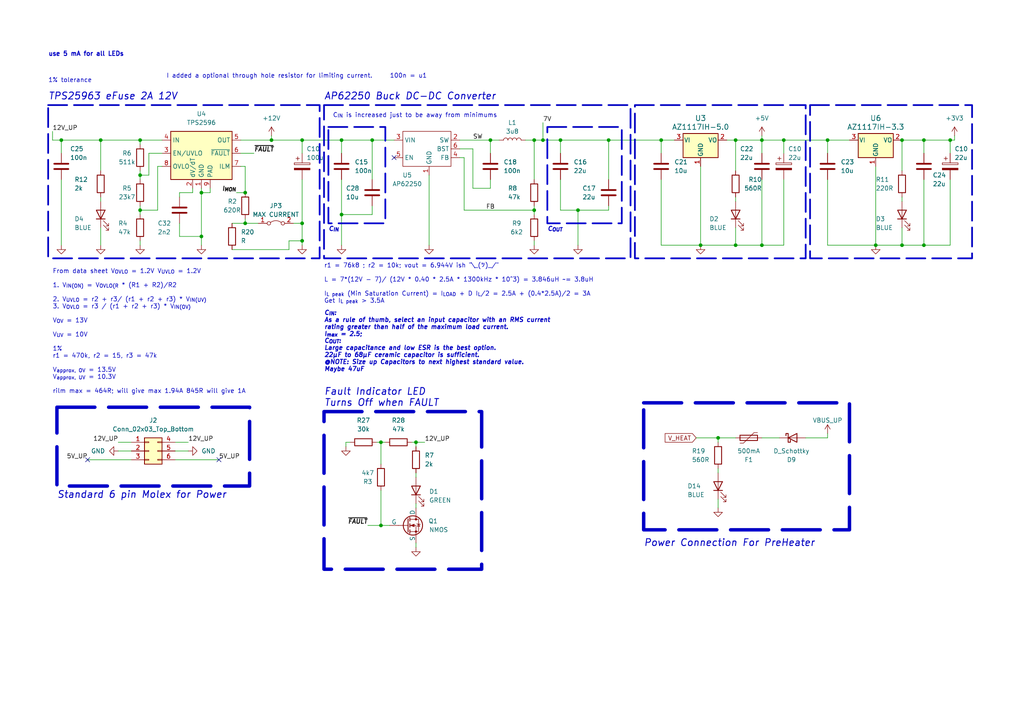
<source format=kicad_sch>
(kicad_sch (version 20230121) (generator eeschema)
  (paper "A4")
  (title_block (title "Power Supply") (rev "1"))
  (lib_symbols
    (symbol "Connector_Generic:Conn_02x03_Top_Bottom" (pin_names (offset 1.016) hide)
      (property "Reference" "J" (at 1.27 5.08 0))
      (property "Value" "Conn_02x03_Top_Bottom" (at 1.27 -5.08 0))
      (symbol "Conn_02x03_Top_Bottom_1_1"
        (rectangle (start -1.27 -2.413) (end 0 -2.667) (stroke (width 0.1524)))
        (rectangle (start -1.27 0.127) (end 0 -0.127) (stroke (width 0.1524)))
        (rectangle (start -1.27 2.667) (end 0 2.413) (stroke (width 0.1524)))
        (rectangle (start -1.27 3.81) (end 3.81 -3.81) (stroke (width 0.254)) (fill (type background)))
        (rectangle (start 3.81 -2.413) (end 2.54 -2.667) (stroke (width 0.1524)))
        (rectangle (start 3.81 0.127) (end 2.54 -0.127) (stroke (width 0.1524)))
        (rectangle (start 3.81 2.667) (end 2.54 2.413) (stroke (width 0.1524)))
        (pin passive line (at -5.08 2.54 0) (length 3.81) (name "Pin_1") (number "1"))
        (pin passive line (at -5.08 0 0) (length 3.81) (name "Pin_2") (number "2"))
        (pin passive line (at -5.08 -2.54 0) (length 3.81) (name "Pin_3") (number "3"))
        (pin passive line (at 7.62 2.54 180) (length 3.81) (name "Pin_4") (number "4"))
        (pin passive line (at 7.62 0 180) (length 3.81) (name "Pin_5") (number "5"))
        (pin passive line (at 7.62 -2.54 180) (length 3.81) (name "Pin_6") (number "6"))
      )
    )
    (symbol "Device:C" (pin_numbers hide) (pin_names (offset 0.254))
      (property "Reference" "C" (at 0.635 2.54 0))
      (property "Value" "C" (at 0.635 -2.54 0))
      (symbol "C_0_1"
        (polyline (pts (xy -2.032 -0.762) (xy 2.032 -0.762)) (stroke (width 0.508)))
        (polyline (pts (xy -2.032 0.762) (xy 2.032 0.762)) (stroke (width 0.508)))
      )
      (symbol "C_1_1"
        (pin passive line (at 0 3.81 270) (length 2.794) (name "~") (number "1"))
        (pin passive line (at 0 -3.81 90) (length 2.794) (name "~") (number "2"))
      )
    )
    (symbol "Device:C_Polarized" (pin_numbers hide) (pin_names (offset 0.254))
      (property "Reference" "C" (at 0.635 2.54 0))
      (property "Value" "C_Polarized" (at 0.635 -2.54 0))
      (symbol "C_Polarized_0_1"
        (rectangle (start -2.286 0.508) (end 2.286 1.016))
        (polyline (pts (xy -1.778 2.286) (xy -0.762 2.286)))
        (polyline (pts (xy -1.27 2.794) (xy -1.27 1.778)))
        (rectangle (start 2.286 -0.508) (end -2.286 -1.016) (fill (type outline)))
      )
      (symbol "C_Polarized_1_1"
        (pin passive line (at 0 3.81 270) (length 2.794) (name "~") (number "1"))
        (pin passive line (at 0 -3.81 90) (length 2.794) (name "~") (number "2"))
      )
    )
    (symbol "Device:D_Schottky" (pin_numbers hide) (pin_names (offset 1.016) hide)
      (property "Reference" "D" (at 0 2.54 0))
      (property "Value" "D_Schottky" (at 0 -2.54 0))
      (symbol "D_Schottky_0_1"
        (polyline (pts (xy 1.27 0) (xy -1.27 0)))
        (polyline (pts (xy 1.27 1.27) (xy 1.27 -1.27) (xy -1.27 0) (xy 1.27 1.27)) (stroke (width 0.254)))
        (polyline (pts (xy -1.905 0.635) (xy -1.905 1.27) (xy -1.27 1.27) (xy -1.27 -1.27) (xy -0.635 -1.27) (xy -0.635 -0.635)) (stroke (width 0.254)))
      )
      (symbol "D_Schottky_1_1"
        (pin passive line (at -3.81 0 0) (length 2.54) (name "K") (number "1"))
        (pin passive line (at 3.81 0 180) (length 2.54) (name "A") (number "2"))
      )
    )
    (symbol "Device:L" (pin_numbers hide) (pin_names (offset 1.016) hide)
      (property "Reference" "L" (at -1.27 0 90))
      (property "Value" "L" (at 1.905 0 90))
      (symbol "L_0_1"
        (arc (start 0 -2.54) (mid 0.6323 -1.905) (end 0 -1.27))
        (arc (start 0 -1.27) (mid 0.6323 -0.635) (end 0 0))
        (arc (start 0 0) (mid 0.6323 0.635) (end 0 1.27))
        (arc (start 0 1.27) (mid 0.6323 1.905) (end 0 2.54))
      )
      (symbol "L_1_1"
        (pin passive line (at 0 3.81 270) (length 1.27) (name "1") (number "1"))
        (pin passive line (at 0 -3.81 90) (length 1.27) (name "2") (number "2"))
      )
    )
    (symbol "Device:LED" (pin_numbers hide) (pin_names (offset 1.016) hide)
      (property "Reference" "D" (at 0 2.54 0))
      (property "Value" "LED" (at 0 -2.54 0))
      (symbol "LED_0_1"
        (polyline (pts (xy -1.27 -1.27) (xy -1.27 1.27)) (stroke (width 0.254)))
        (polyline (pts (xy -1.27 0) (xy 1.27 0)))
        (polyline (pts (xy 1.27 -1.27) (xy 1.27 1.27) (xy -1.27 0) (xy 1.27 -1.27)) (stroke (width 0.254)))
        (polyline (pts (xy -3.048 -0.762) (xy -4.572 -2.286) (xy -3.81 -2.286) (xy -4.572 -2.286) (xy -4.572 -1.524)))
        (polyline (pts (xy -1.778 -0.762) (xy -3.302 -2.286) (xy -2.54 -2.286) (xy -3.302 -2.286) (xy -3.302 -1.524)))
      )
      (symbol "LED_1_1"
        (pin passive line (at -3.81 0 0) (length 2.54) (name "K") (number "1"))
        (pin passive line (at 3.81 0 180) (length 2.54) (name "A") (number "2"))
      )
    )
    (symbol "Device:Polyfuse" (pin_numbers hide) (pin_names (offset 0))
      (property "Reference" "F" (at -2.54 0 90))
      (property "Value" "Polyfuse" (at 2.54 0 90))
      (symbol "Polyfuse_0_1"
        (rectangle (start -0.762 2.54) (end 0.762 -2.54) (stroke (width 0.254)))
        (polyline (pts (xy 0 2.54) (xy 0 -2.54)))
        (polyline (pts (xy -1.524 2.54) (xy -1.524 1.524) (xy 1.524 -1.524) (xy 1.524 -2.54)))
      )
      (symbol "Polyfuse_1_1"
        (pin passive line (at 0 3.81 270) (length 1.27) (name "~") (number "1"))
        (pin passive line (at 0 -3.81 90) (length 1.27) (name "~") (number "2"))
      )
    )
    (symbol "Device:R" (pin_numbers hide) (pin_names (offset 0))
      (property "Reference" "R" (at 2.032 0 90))
      (property "Value" "R" (at 0 0 90))
      (symbol "R_0_1"
        (rectangle (start -1.016 -2.54) (end 1.016 2.54) (stroke (width 0.254)))
      )
      (symbol "R_1_1"
        (pin passive line (at 0 3.81 270) (length 1.27) (name "~") (number "1"))
        (pin passive line (at 0 -3.81 90) (length 1.27) (name "~") (number "2"))
      )
    )
    (symbol "H2_Parts:AP62205"
      (property "Reference" "U" (at -1.27 6.35 0))
      (symbol "AP62205_0_1"
        (rectangle (start -6.35 5.08) (end 7.62 -5.08))
      )
      (symbol "AP62205_1_1"
        (pin input line (at 1.27 -7.62 90) (length 2.54) (name "GND") (number "1"))
        (pin output line (at 10.16 2.54 180) (length 2.54) (name "SW") (number "2"))
        (pin input line (at -8.89 2.54 0) (length 2.54) (name "VIN") (number "3"))
        (pin input line (at 10.16 -2.54 180) (length 2.54) (name "FB") (number "4"))
        (pin input line (at -8.89 -2.54 0) (length 2.54) (name "EN") (number "5"))
        (pin input line (at 10.16 0 180) (length 2.54) (name "BST") (number "6"))
      )
    )
    (symbol "H2_Parts:AZ1117IH-3.3" (pin_names (offset 0.254))
      (property "Reference" "U" (at 0 7.62 0))
      (property "Value" "AZ1117IH-3.3" (at 0 5.08 0))
      (symbol "AZ1117IH-3.3_0_1"
        (rectangle (start -5.08 1.905) (end 5.08 -5.08) (stroke (width 0.254)) (fill (type background)))
      )
      (symbol "AZ1117IH-3.3_1_1"
        (pin power_in line (at 0 -7.62 90) (length 2.54) (name "GND") (number "1"))
        (pin power_out line (at 7.62 0 180) (length 2.54) (name "VO") (number "2"))
        (pin power_in line (at -7.62 0 0) (length 2.54) (name "VI") (number "3"))
      )
    )
    (symbol "H2_Parts:AZ111IH-5.0" (pin_names (offset 0.254))
      (property "Reference" "U" (at 0 8.89 0))
      (property "Value" "AZ1117IH-5.0" (at 0 6.35 0))
      (symbol "AZ111IH-5.0_0_1"
        (rectangle (start -5.08 1.905) (end 5.08 -5.08) (stroke (width 0.254)) (fill (type background)))
      )
      (symbol "AZ111IH-5.0_1_1"
        (pin power_in line (at 0 -7.62 90) (length 2.54) (name "GND") (number "1"))
        (pin power_out line (at 7.62 0 180) (length 2.54) (name "VO") (number "2"))
        (pin power_in line (at -7.62 0 0) (length 2.54) (name "VI") (number "3"))
      )
    )
    (symbol "H2_Parts:TPS2596"
      (property "Reference" "U" (at 0 11.43 0))
      (property "Value" "TPS2596" (at 0 8.89 0))
      (symbol "TPS2596_0_1"
        (rectangle (start -8.89 6.35) (end 8.89 -7.62) (stroke (width 0.254)) (fill (type background)))
      )
      (symbol "TPS2596_1_1"
        (pin power_in line (at 0 -10.16 90) (length 2.54) (name "GND") (number "1"))
        (pin input line (at -2.54 -10.16 90) (length 2.54) (name "dV/dT") (number "2"))
        (pin input line (at -11.43 0 0) (length 2.54) (name "EN/UVLO") (number "3"))
        (pin power_in line (at -11.43 3.81 0) (length 2.54) (name "IN") (number "4"))
        (pin power_out line (at 11.43 3.81 180) (length 2.54) (name "OUT") (number "5"))
        (pin output line (at 11.43 0 180) (length 2.54) (name "~{FAULT}") (number "6"))
        (pin input line (at 11.43 -3.81 180) (length 2.54) (name "ILM") (number "7"))
        (pin input line (at -11.43 -3.81 0) (length 2.54) (name "OVLO") (number "8"))
        (pin input line (at 2.54 -10.16 90) (length 2.54) (name "PAD") (number "9"))
      )
    )
    (symbol "Jumper:Jumper_2_Bridged" (pin_names (offset 0) hide)
      (property "Reference" "JP" (at 0 1.905 0))
      (property "Value" "Jumper_2_Bridged" (at 0 -2.54 0))
      (symbol "Jumper_2_Bridged_0_0"
        (circle (center -2.032 0) (radius 0.508))
        (circle (center 2.032 0) (radius 0.508))
      )
      (symbol "Jumper_2_Bridged_0_1"
        (arc (start 1.524 0.254) (mid 0 0.762) (end -1.524 0.254))
      )
      (symbol "Jumper_2_Bridged_1_1"
        (pin passive line (at -5.08 0 0) (length 2.54) (name "A") (number "1"))
        (pin passive line (at 5.08 0 180) (length 2.54) (name "B") (number "2"))
      )
    )
    (symbol "RF_Parts:VBUS_UP" (power) (pin_names (offset 0))
      (property "Value" "VBUS_UP" (at 0 3.556 0))
      (symbol "VBUS_UP_0_1"
        (polyline (pts (xy -0.762 1.27) (xy 0 2.54)))
        (polyline (pts (xy 0 0) (xy 0 2.54)))
        (polyline (pts (xy 0 2.54) (xy 0.762 1.27)))
      )
      (symbol "VBUS_UP_1_1"
        (pin power_in line (at 0 0 90) (length 0) hide (name "VBUS_UP") (number "1"))
      )
    )
    (symbol "Simulation_SPICE:NMOS" (pin_numbers hide) (pin_names (offset 0))
      (property "Reference" "Q" (at 5.08 1.27 0))
      (property "Value" "NMOS" (at 5.08 -1.27 0))
      (symbol "NMOS_0_1"
        (polyline (pts (xy 0.254 0) (xy -2.54 0)))
        (polyline (pts (xy 0.254 1.905) (xy 0.254 -1.905)) (stroke (width 0.254)))
        (polyline (pts (xy 0.762 -1.27) (xy 0.762 -2.286)) (stroke (width 0.254)))
        (polyline (pts (xy 0.762 0.508) (xy 0.762 -0.508)) (stroke (width 0.254)))
        (polyline (pts (xy 0.762 2.286) (xy 0.762 1.27)) (stroke (width 0.254)))
        (polyline (pts (xy 2.54 2.54) (xy 2.54 1.778)))
        (polyline (pts (xy 2.54 -2.54) (xy 2.54 0) (xy 0.762 0)))
        (polyline (pts (xy 0.762 -1.778) (xy 3.302 -1.778) (xy 3.302 1.778) (xy 0.762 1.778)))
        (polyline (pts (xy 1.016 0) (xy 2.032 0.381) (xy 2.032 -0.381) (xy 1.016 0)) (fill (type outline)))
        (polyline (pts (xy 2.794 0.508) (xy 2.921 0.381) (xy 3.683 0.381) (xy 3.81 0.254)))
        (polyline (pts (xy 3.302 0.381) (xy 2.921 -0.254) (xy 3.683 -0.254) (xy 3.302 0.381)))
        (circle (center 1.651 0) (radius 2.794) (stroke (width 0.254)))
        (circle (center 2.54 -1.778) (radius 0.254) (fill (type outline)))
        (circle (center 2.54 1.778) (radius 0.254) (fill (type outline)))
      )
      (symbol "NMOS_1_1"
        (pin passive line (at 2.54 5.08 270) (length 2.54) (name "D") (number "1"))
        (pin input line (at -5.08 0 0) (length 2.54) (name "G") (number "2"))
        (pin passive line (at 2.54 -5.08 90) (length 2.54) (name "S") (number "3"))
      )
    )
    (symbol "power:+12V" (power) (pin_names (offset 0))
      (property "Value" "+12V" (at 0 3.556 0))
      (symbol "+12V_0_1"
        (polyline (pts (xy -0.762 1.27) (xy 0 2.54)))
        (polyline (pts (xy 0 0) (xy 0 2.54)))
        (polyline (pts (xy 0 2.54) (xy 0.762 1.27)))
      )
      (symbol "+12V_1_1"
        (pin power_in line (at 0 0 90) (length 0) hide (name "+12V") (number "1"))
      )
    )
    (symbol "power:+3V3" (power) (pin_names (offset 0))
      (property "Value" "+3V3" (at 0 3.556 0))
      (symbol "+3V3_0_1"
        (polyline (pts (xy -0.762 1.27) (xy 0 2.54)))
        (polyline (pts (xy 0 0) (xy 0 2.54)))
        (polyline (pts (xy 0 2.54) (xy 0.762 1.27)))
      )
      (symbol "+3V3_1_1"
        (pin power_in line (at 0 0 90) (length 0) hide (name "+3V3") (number "1"))
      )
    )
    (symbol "power:+5V" (power) (pin_names (offset 0))
      (property "Value" "+5V" (at 0 3.556 0))
      (symbol "+5V_0_1"
        (polyline (pts (xy -0.762 1.27) (xy 0 2.54)))
        (polyline (pts (xy 0 0) (xy 0 2.54)))
        (polyline (pts (xy 0 2.54) (xy 0.762 1.27)))
      )
      (symbol "+5V_1_1"
        (pin power_in line (at 0 0 90) (length 0) hide (name "+5V") (number "1"))
      )
    )
    (symbol "power:GND" (power) (pin_names (offset 0))
      (property "Value" "GND" (at 0 -3.81 0))
      (symbol "GND_0_1"
        (polyline (pts (xy 0 0) (xy 0 -1.27) (xy 1.27 -1.27) (xy 0 -2.54) (xy -1.27 -1.27) (xy 0 -1.27)))
      )
      (symbol "GND_1_1"
        (pin power_in line (at 0 0 270) (length 0) hide (name "GND") (number "1"))
      )
    )
  )
  (junction (at 275.59 40.64))
  (junction (at 220.98 40.64))
  (junction (at 203.2 71.12))
  (junction (at 267.97 40.64))
  (junction (at 167.64 60.96))
  (junction (at 58.42 68.58))
  (junction (at 162.56 40.64))
  (junction (at 176.53 40.64))
  (junction (at 71.12 64.77))
  (junction (at 87.63 64.77))
  (junction (at 99.06 62.23))
  (junction (at 78.74 40.64))
  (junction (at 40.64 60.96))
  (junction (at 154.94 40.64))
  (junction (at 40.64 40.64))
  (junction (at 157.48 40.64))
  (junction (at 254 71.12))
  (junction (at 40.64 50.8))
  (junction (at 29.21 40.64))
  (junction (at 87.63 69.85))
  (junction (at 240.03 40.64))
  (junction (at 110.49 152.4))
  (junction (at 213.36 40.64))
  (junction (at 120.65 128.27))
  (junction (at 71.12 55.88))
  (junction (at 213.36 71.12))
  (junction (at 17.78 40.64))
  (junction (at 87.63 40.64))
  (junction (at 208.28 127))
  (junction (at 110.49 128.27))
  (junction (at 227.33 40.64))
  (junction (at 142.24 40.64))
  (junction (at 99.06 40.64))
  (junction (at 267.97 71.12))
  (junction (at 261.62 71.12))
  (junction (at 191.77 40.64))
  (junction (at 261.62 40.64))
  (junction (at 220.98 71.12))
  (junction (at 107.95 40.64))
  (junction (at 154.94 60.96))
  (junction (at 58.42 55.88))
  (no_connect (at 63.5 133.35))
  (no_connect (at 25.4 133.35))
  (no_connect (at 114.3 45.72))
  (wire (pts (xy 167.64 60.96) (xy 167.64 71.12)))
  (wire (pts (xy 43.18 44.45) (xy 43.18 50.8)))
  (wire (pts (xy 191.77 71.12) (xy 203.2 71.12)))
  (wire (pts (xy 40.64 41.91) (xy 40.64 40.64)))
  (wire (pts (xy 120.65 137.16) (xy 120.65 138.43)))
  (wire (pts (xy 52.07 57.15) (xy 52.07 55.88)))
  (wire (pts (xy 40.64 60.96) (xy 40.64 59.69)))
  (wire (pts (xy 267.97 71.12) (xy 275.59 71.12)))
  (wire (pts (xy 71.12 64.77) (xy 71.12 63.5)))
  (wire (pts (xy 67.31 72.39) (xy 83.82 72.39)))
  (wire (pts (xy 213.36 66.04) (xy 213.36 71.12)))
  (wire (pts (xy 54.61 130.81) (xy 50.8 130.81)))
  (wire (pts (xy 261.62 66.04) (xy 261.62 71.12)))
  (wire (pts (xy 167.64 60.96) (xy 176.53 60.96)))
  (wire (pts (xy 123.19 128.27) (xy 120.65 128.27)))
  (wire (pts (xy 52.07 55.88) (xy 55.88 55.88)))
  (wire (pts (xy 213.36 127) (xy 208.28 127)))
  (wire (pts (xy 254 71.12) (xy 261.62 71.12)))
  (wire (pts (xy 110.49 128.27) (xy 110.49 134.62)))
  (wire (pts (xy 208.28 128.27) (xy 208.28 127)))
  (wire (pts (xy 275.59 52.07) (xy 275.59 71.12)))
  (wire (pts (xy 110.49 142.24) (xy 110.49 152.4)))
  (wire (pts (xy 208.28 144.78) (xy 208.28 147.32)))
  (wire (pts (xy 67.31 64.77) (xy 71.12 64.77)))
  (wire (pts (xy 100.33 128.27) (xy 101.6 128.27)))
  (wire (pts (xy 137.16 54.61) (xy 142.24 54.61)))
  (wire (pts (xy 99.06 62.23) (xy 99.06 71.12)))
  (wire (pts (xy 69.85 40.64) (xy 78.74 40.64)))
  (wire (pts (xy 87.63 40.64) (xy 87.63 44.45)))
  (wire (pts (xy 107.95 40.64) (xy 114.3 40.64)))
  (wire (pts (xy 40.64 49.53) (xy 40.64 50.8)))
  (wire (pts (xy 15.24 40.64) (xy 17.78 40.64)))
  (wire (pts (xy 87.63 69.85) (xy 87.63 71.12)))
  (wire (pts (xy 220.98 40.64) (xy 220.98 44.45)))
  (wire (pts (xy 144.78 40.64) (xy 142.24 40.64)))
  (wire (pts (xy 203.2 71.12) (xy 213.36 71.12)))
  (wire (pts (xy 34.29 128.27) (xy 38.1 128.27)))
  (wire (pts (xy 157.48 40.64) (xy 162.56 40.64)))
  (wire (pts (xy 15.24 38.1) (xy 15.24 40.64)))
  (wire (pts (xy 213.36 57.15) (xy 213.36 58.42)))
  (wire (pts (xy 29.21 57.15) (xy 29.21 58.42)))
  (wire (pts (xy 154.94 59.69) (xy 154.94 60.96)))
  (wire (pts (xy 240.03 40.64) (xy 240.03 44.45)))
  (wire (pts (xy 45.72 48.26) (xy 46.99 48.26)))
  (wire (pts (xy 99.06 40.64) (xy 99.06 44.45)))
  (wire (pts (xy 78.74 40.64) (xy 87.63 40.64)))
  (wire (pts (xy 87.63 64.77) (xy 87.63 69.85)))
  (wire (pts (xy 58.42 55.88) (xy 60.96 55.88)))
  (wire (pts (xy 213.36 40.64) (xy 220.98 40.64)))
  (wire (pts (xy 29.21 40.64) (xy 40.64 40.64)))
  (wire (pts (xy 154.94 62.23) (xy 154.94 60.96)))
  (wire (pts (xy 154.94 52.07) (xy 154.94 40.64)))
  (wire (pts (xy 17.78 40.64) (xy 29.21 40.64)))
  (wire (pts (xy 110.49 152.4) (xy 113.03 152.4)))
  (wire (pts (xy 40.64 50.8) (xy 43.18 50.8)))
  (wire (pts (xy 58.42 55.88) (xy 58.42 68.58)))
  (wire (pts (xy 176.53 60.96) (xy 176.53 59.69)))
  (wire (pts (xy 99.06 52.07) (xy 99.06 62.23)))
  (wire (pts (xy 227.33 40.64) (xy 240.03 40.64)))
  (wire (pts (xy 220.98 39.37) (xy 220.98 40.64)))
  (wire (pts (xy 142.24 54.61) (xy 142.24 52.07)))
  (wire (pts (xy 152.4 40.64) (xy 154.94 40.64)))
  (wire (pts (xy 40.64 69.85) (xy 40.64 71.12)))
  (wire (pts (xy 240.03 71.12) (xy 254 71.12)))
  (wire (pts (xy 134.62 45.72) (xy 134.62 60.96)))
  (wire (pts (xy 107.95 62.23) (xy 99.06 62.23)))
  (wire (pts (xy 162.56 52.07) (xy 162.56 60.96)))
  (wire (pts (xy 58.42 68.58) (xy 58.42 71.12)))
  (wire (pts (xy 275.59 40.64) (xy 275.59 44.45)))
  (wire (pts (xy 45.72 60.96) (xy 45.72 48.26)))
  (wire (pts (xy 240.03 40.64) (xy 246.38 40.64)))
  (wire (pts (xy 233.68 127) (xy 240.03 127)))
  (wire (pts (xy 110.49 128.27) (xy 111.76 128.27)))
  (wire (pts (xy 227.33 40.64) (xy 227.33 44.45)))
  (wire (pts (xy 261.62 71.12) (xy 267.97 71.12)))
  (wire (pts (xy 275.59 40.64) (xy 267.97 40.64)))
  (wire (pts (xy 40.64 62.23) (xy 40.64 60.96)))
  (wire (pts (xy 261.62 40.64) (xy 267.97 40.64)))
  (wire (pts (xy 142.24 40.64) (xy 142.24 44.45)))
  (wire (pts (xy 254 48.26) (xy 254 71.12)))
  (wire (pts (xy 261.62 57.15) (xy 261.62 58.42)))
  (wire (pts (xy 157.48 40.64) (xy 154.94 40.64)))
  (wire (pts (xy 191.77 52.07) (xy 191.77 71.12)))
  (wire (pts (xy 17.78 52.07) (xy 17.78 71.12)))
  (wire (pts (xy 176.53 40.64) (xy 176.53 52.07)))
  (wire (pts (xy 71.12 64.77) (xy 74.93 64.77)))
  (wire (pts (xy 120.65 157.48) (xy 120.65 158.75)))
  (wire (pts (xy 213.36 71.12) (xy 220.98 71.12)))
  (wire (pts (xy 208.28 135.89) (xy 208.28 137.16)))
  (wire (pts (xy 99.06 40.64) (xy 107.95 40.64)))
  (wire (pts (xy 276.86 39.37) (xy 276.86 40.64)))
  (wire (pts (xy 133.35 43.18) (xy 137.16 43.18)))
  (wire (pts (xy 119.38 128.27) (xy 120.65 128.27)))
  (wire (pts (xy 40.64 60.96) (xy 45.72 60.96)))
  (wire (pts (xy 71.12 48.26) (xy 69.85 48.26)))
  (wire (pts (xy 78.74 39.37) (xy 78.74 40.64)))
  (wire (pts (xy 109.22 128.27) (xy 110.49 128.27)))
  (wire (pts (xy 34.29 130.81) (xy 38.1 130.81)))
  (wire (pts (xy 69.85 44.45) (xy 73.66 44.45)))
  (wire (pts (xy 267.97 40.64) (xy 267.97 44.45)))
  (wire (pts (xy 83.82 69.85) (xy 87.63 69.85)))
  (wire (pts (xy 137.16 54.61) (xy 137.16 43.18)))
  (wire (pts (xy 261.62 49.53) (xy 261.62 40.64)))
  (wire (pts (xy 133.35 40.64) (xy 142.24 40.64)))
  (wire (pts (xy 50.8 128.27) (xy 54.61 128.27)))
  (wire (pts (xy 157.48 35.56) (xy 157.48 40.64)))
  (wire (pts (xy 85.09 64.77) (xy 87.63 64.77)))
  (wire (pts (xy 68.58 55.88) (xy 71.12 55.88)))
  (wire (pts (xy 213.36 40.64) (xy 210.82 40.64)))
  (wire (pts (xy 107.95 59.69) (xy 107.95 62.23)))
  (wire (pts (xy 191.77 40.64) (xy 195.58 40.64)))
  (wire (pts (xy 83.82 72.39) (xy 83.82 69.85)))
  (wire (pts (xy 29.21 40.64) (xy 29.21 49.53)))
  (wire (pts (xy 220.98 40.64) (xy 227.33 40.64)))
  (wire (pts (xy 87.63 52.07) (xy 87.63 64.77)))
  (wire (pts (xy 107.95 40.64) (xy 107.95 52.07)))
  (wire (pts (xy 213.36 40.64) (xy 213.36 49.53)))
  (wire (pts (xy 40.64 40.64) (xy 46.99 40.64)))
  (wire (pts (xy 40.64 50.8) (xy 40.64 52.07)))
  (wire (pts (xy 120.65 146.05) (xy 120.65 147.32)))
  (wire (pts (xy 240.03 125.73) (xy 240.03 127)))
  (wire (pts (xy 52.07 64.77) (xy 52.07 68.58)))
  (wire (pts (xy 106.68 152.4) (xy 110.49 152.4)))
  (wire (pts (xy 154.94 71.12) (xy 154.94 69.85)))
  (wire (pts (xy 25.4 133.35) (xy 38.1 133.35)))
  (wire (pts (xy 50.8 133.35) (xy 63.5 133.35)))
  (wire (pts (xy 191.77 40.64) (xy 191.77 44.45)))
  (wire (pts (xy 100.33 129.54) (xy 100.33 128.27)))
  (wire (pts (xy 87.63 40.64) (xy 99.06 40.64)))
  (wire (pts (xy 162.56 40.64) (xy 162.56 44.45)))
  (wire (pts (xy 220.98 127) (xy 226.06 127)))
  (wire (pts (xy 133.35 45.72) (xy 134.62 45.72)))
  (wire (pts (xy 52.07 68.58) (xy 58.42 68.58)))
  (wire (pts (xy 134.62 60.96) (xy 154.94 60.96)))
  (wire (pts (xy 201.93 127) (xy 208.28 127)))
  (wire (pts (xy 240.03 52.07) (xy 240.03 71.12)))
  (wire (pts (xy 71.12 55.88) (xy 71.12 48.26)))
  (wire (pts (xy 176.53 40.64) (xy 191.77 40.64)))
  (wire (pts (xy 46.99 44.45) (xy 43.18 44.45)))
  (wire (pts (xy 120.65 128.27) (xy 120.65 129.54)))
  (wire (pts (xy 17.78 40.64) (xy 17.78 44.45)))
  (wire (pts (xy 162.56 60.96) (xy 167.64 60.96)))
  (wire (pts (xy 124.46 50.8) (xy 124.46 71.12)))
  (wire (pts (xy 276.86 40.64) (xy 275.59 40.64)))
  (wire (pts (xy 29.21 66.04) (xy 29.21 71.12)))
  (wire (pts (xy 162.56 40.64) (xy 176.53 40.64)))
  (wire (pts (xy 220.98 71.12) (xy 227.33 71.12)))
  (wire (pts (xy 267.97 52.07) (xy 267.97 71.12)))
  (wire (pts (xy 227.33 52.07) (xy 227.33 71.12)))
  (wire (pts (xy 220.98 52.07) (xy 220.98 71.12)))
  (wire (pts (xy 58.42 55.88) (xy 58.42 54.61)))
  (wire (pts (xy 55.88 55.88) (xy 55.88 54.61)))
  (wire (pts (xy 203.2 48.26) (xy 203.2 71.12)))
  (wire (pts (xy 60.96 55.88) (xy 60.96 54.61)))
  (rectangle (start 16.51 118.11) (end 72.39 140.97) (stroke (width 1) (type dash)))
  (rectangle (start 95.25 36.83) (end 111.76 64.77) (stroke (width 0.5) (type dash)))
  (rectangle (start 234.95 30.48) (end 281.94 74.93) (stroke (width 0.5) (type dash)))
  (rectangle (start 13.97 30.48) (end 92.71 74.93) (stroke (width 0.5) (type dash)))
  (rectangle (start 184.15 30.48) (end 233.68 74.93) (stroke (width 0.5) (type dash)))
  (rectangle (start 11.43 217.17) (end 109.22 328.93) (stroke (width 1) (type dash)))
  (rectangle (start 93.98 30.48) (end 182.88 74.93) (stroke (width 0.5) (type dash)))
  (rectangle (start 186.69 116.84) (end 246.38 153.67) (stroke (width 1) (type dash)))
  (rectangle (start 158.75 36.83) (end 180.34 64.77) (stroke (width 0.5) (type dash)))
  (rectangle (start 93.98 119.38) (end 139.7 165.1) (stroke (width 1) (type dash)))
  (text "C_{IN}" (at 95.25 67.31 0) (effects (font (size 1.27 1.27) (thickness 0.254) bold italic) (justify left bottom)))
  (text "The data sheet for the AP63205 says the recommended component values are:\n\nL = 4.7 uH; C_{IN} = 10 uF; C_{OUT, 1 2} = 22 uH; C_{BST, SW} = 100 nF" (at 13.97 273.05 0) (effects (font (size 1.27 1.27) (thickness 0.254) bold) (justify left bottom)))
  (text "r1 = 76k8 ; r2 = 10k; vout = 6.944V ish ¯\\_(ツ)_/¯\n\nL = 7*(12V - 7)/ (12V * 0.40 * 2.5A * 1300kHz * 10^3) = 3.846uH ~= 3.8uH\n\nI_{L peak} (Min Saturation Current) = I_{LOAD} + D I_{L}/2 = 2.5A + (0.4*2.5A)/2 = 3A\nGet I_{L peak} > 3.5A\n\n" (at 93.98 90.17 0) (effects (font (size 1.27 1.27)) (justify left bottom)))
  (text "TPS25963 eFuse 2A 12V" (at 13.97 29.21 0) (effects (font (size 2 2) (thickness 0.254) bold italic) (justify left bottom)))
  (text "Standard 6 pin Molex for Power" (at 16.51 144.78 0) (effects (font (size 2 2) (thickness 0.254) bold italic) (justify left bottom)))
  (text "Power Connection For PreHeater\n" (at 186.69 158.75 0) (effects (font (size 2 2) (thickness 0.254) bold italic) (justify left bottom)))
  (text "use 5 mA for all LEDs" (at 13.97 16.51 0) (effects (font (size 1.27 1.27) (thickness 0.254) bold) (justify left bottom)))
  (text "L = V_{OUT} * (V_{IN} - V_{OUT}) / (V_{IN} * Delta I_{L} * f_{SW})\n\nDelta I_{L} = Inductor Ripple Current; 0.40 * 2A\n\nf_{SW} = buck switching frequency\n\nI_{L, PEAK} = I_{LOAD} + (Delta I_{L} / 2) \n\nI_{L, PEAK} determines the inductor saturation current.\nSaturating the inductor will decrease the efficency and increases the temprature.\nFor most applications it is recommended inductance between 2.2 and 10 uH\nwith a DC current rating 35% higher than max current.\nFor highest efficency DC resistance should be less than 100mOhms\n\nFor our application since the Buck has a maximum out current of 2 amps,\nand the eFuse is also max 2A i will pick:\n\nDelta I_{L} = 0.40 * 2A = 0.8\n\nso L = 5V * (12V - 5V) / (12V * 0.40 * 2A * 1100 * 10^3 Hz) = 3.31 uH ( Lower Bound )\n\nI_{L, PEAK} = 2A + (0.40 * 2A) / 2 = 2.4A\n\n" (at 13.97 266.7 0) (effects (font (size 1.27 1.27)) (justify left bottom)))
  (text "C_{IN}:\nAs a rule of thumb, select an input capacitor with an RMS current \nrating greater than half of the maximum load current.\nI_{max} = 2.5;" (at 93.98 97.79 0) (effects (font (size 1.27 1.27) (thickness 0.254) bold italic) (justify left bottom)))
  (text "C_{OUT}:\nLarge capacitance and low ESR is the best option. \n22µF to 68µF ceramic capacitor is sufficient.\n@NOTE: Size up Capacitors to next highest standard value.\nMaybe 47uF" (at 93.98 107.95 0) (effects (font (size 1.27 1.27) (thickness 0.254) bold italic) (justify left bottom)))
  (text "I added a optional through hole resistor for limiting current." (at 48.26 22.86 0) (effects (font (size 1.27 1.27)) (justify left bottom)))
  (text "C_{OUT}" (at 158.75 67.31 0) (effects (font (size 1.27 1.27) (thickness 0.254) bold italic) (justify left bottom)))
  (text "Fault Indicator LED\nTurns Off when FAULT" (at 93.98 118.11 0) (effects (font (size 2 2) (thickness 0.254) bold italic) (justify left bottom)))
  (text "Inductor selection for AP63205" (at 11.43 215.9 0) (effects (font (size 2 2) (thickness 0.254) bold italic) (justify left bottom)))
  (text "From data sheet V_{OVLO} = 1.2V V_{UVLO} = 1.2V\n\n1. V_{IN(ON)} = V_{OVLO(R} * (R1 + R2)/R2\n\n2. V_{UVLO} = r2 + r3/ (r1 + r2 + r3) * V_{IN(UV)} \n3. V_{OVLO} = r3 / (r1 + r2 + r3) * V_{IN(OV)}\n\nV_{OV} = 13V\n\nV_{UV} = 10V\n\n1%\nr1 = 470k, r2 = 15, r3 = 47k\n\nV_{approx, OV} = 13.5V\nV_{approx, UV} = 10.3V\n\nrilm max = 464R; will give max 1.94A 845R will give 1A" (at 15.24 114.3 0) (effects (font (size 1.27 1.27)) (justify left bottom)))
  (text "100n = u1" (at 113.03 22.86 0) (effects (font (size 1.27 1.27)) (justify left bottom)))
  (text "AP62250 Buck DC-DC Converter" (at 93.98 29.21 0) (effects (font (size 2 2) (thickness 0.254) bold italic) (justify left bottom)))
  (text "C_{IN} is increased just to be away from minimums" (at 96.52 34.29 0) (effects (font (size 1.27 1.27)) (justify left bottom)))
  (text "Phil's take:\n\nMAXIMUM SWITCHING CURRENT: \n\nEnsure IC can provide required current and use it to determine current rating for parts.\n\n1. duty cycle partial = V_{Out} / (V_{In, max} * efficency)\n\ndcp = 5V / (12V * 0.85) = 0.49\n\n2. Calculate Inductor Ripple Current: \n- use average L value from data sheet = (2.2 uH + 10 uH) / 2 = 6.1 uH\n\nDelta I_{L} = (12V - 5V) * 0.49 / (1100 * 10^3 * 6.1 * 10^-6 H) = 511 mA\n\n3. Check if IC can deliver max load current:\n\nI_{IC, max} = I_{LIM, min} - Delta I_{L} / 2\nThe AP63205 can deliver High Side peak current of 2.8 A (typ.)\nI_{IC, max} = 2.8 A - 0.511 mA / 2 = 2.5A (greater than max load current)\n\n4. Calculate peak inductor current: \n\nI_{SW, max} = I_{Out, max} + Delta I_{L} / 2 = 2.255 A " (at 13.97 325.12 0) (effects (font (size 1.27 1.27)) (justify left bottom)))
  (text "1% tolerance" (at 13.97 24.13 0) (effects (font (size 1.27 1.27)) (justify left bottom)))
  (label "12V_UP" (at 123.19 128.27 0))
  (label "12V_UP" (at 54.61 128.27 0))
  (label "7V" (at 157.48 35.56 0))
  (label "12V_UP" (at 34.29 128.27 180))
  (label "~{FAULT}" (at 73.66 44.45 0) (effects (font bold italic)))
  (label "5V_UP" (at 25.4 133.35 180))
  (label "5V_UP" (at 63.5 133.35 0))
  (label "FB" (at 140.97 60.96 0))
  (label "SW" (at 137.16 40.64 0))
  (label "I_{MON}" (at 68.58 55.88 180) (effects (font bold italic)))
  (label "~{FAULT}" (at 106.68 152.4 180) (effects (font bold italic)))
  (label "12V_UP" (at 15.24 38.1 0))
  (global_label "V_HEAT" (shape input) (at 201.93 127 180) (property "Intersheetrefs" "${INTERSHEET_REFS}" (effects hide)))
  (symbol (lib_id "Device:C") (at 162.56 48.26 0) (unit 1)
    (property "Reference" "C16" (at 166.37 46.99 0) (effects (justify left)))
    (property "Value" "22u" (at 166.37 49.53 0) (effects (justify left)))
    (property "Footprint" "Capacitor_SMD:C_1210_3225Metric" (effects hide))
    (property "DK #" "1276-1101-1-ND" (effects hide))
  )
  (symbol (lib_id "power:GND") (at 203.2 71.12 0) (unit 1)
    (property "Reference" "#PWR026" (effects hide))
    (property "Value" "GND" (effects hide))
  )
  (symbol (lib_id "power:GND") (at 120.65 158.75 0) (unit 1)
    (property "Reference" "#PWR023" (effects hide))
    (property "Value" "GND" (effects hide))
  )
  (symbol (lib_id "power:GND") (at 208.28 147.32 0) (unit 1)
    (property "Reference" "#PWR072" (effects hide))
    (property "Value" "GND" (effects hide))
  )
  (symbol (lib_id "Device:R") (at 105.41 128.27 90) (unit 1)
    (property "Reference" "R27" (at 105.41 121.92 90))
    (property "Value" "30k" (at 105.41 124.46 90))
    (property "Footprint" "Resistor_SMD:R_0603_1608Metric" (effects hide))
    (property "JLCPCB Part#(Optional)" "C22984" (effects hide))
    (property "JLCPCB Part#(optional)" "C22984" (effects hide))
  )
  (symbol (lib_id "Device:C") (at 142.24 48.26 0) (unit 1)
    (property "Reference" "C18" (at 146.05 46.99 0) (effects (justify left)))
    (property "Value" "100n" (at 146.05 49.53 0) (effects (justify left)))
    (property "Footprint" "Capacitor_SMD:C_0603_1608Metric" (effects hide))
    (property "JLCPCB Part#(Optional)" "C14663" (effects hide))
    (property "JLCPCB Part#(optional)" "C14663" (effects hide))
  )
  (symbol (lib_id "power:+5V") (at 220.98 39.37 0) (unit 1)
    (property "Reference" "#PWR029" (effects hide))
    (property "Value" "+5V" (at 220.98 34.29 0))
  )
  (symbol (lib_id "power:GND") (at 40.64 71.12 0) (unit 1)
    (property "Reference" "#PWR022" (effects hide))
    (property "Value" "GND" (effects hide))
  )
  (symbol (lib_id "power:GND") (at 124.46 71.12 0) (unit 1)
    (property "Reference" "#PWR018" (effects hide))
    (property "Value" "GND" (effects hide))
  )
  (symbol (lib_id "Device:R") (at 110.49 138.43 180) (unit 1)
    (property "Reference" "R3" (at 106.68 139.7 0))
    (property "Value" "4k7" (at 106.68 137.16 0))
    (property "Footprint" "Resistor_SMD:R_0603_1608Metric" (effects hide))
    (property "JLCPCB Part#(Optional)" "C23162" (effects hide))
    (property "JLCPCB Part#(optional)" "C23162" (effects hide))
  )
  (symbol (lib_id "power:GND") (at 167.64 71.12 0) (unit 1)
    (property "Reference" "#PWR019" (effects hide))
    (property "Value" "GND" (effects hide))
  )
  (symbol (lib_id "Device:C") (at 267.97 48.26 0) (unit 1)
    (property "Reference" "C24" (at 270.51 50.8 0) (effects (justify left)))
    (property "Value" "22u" (at 270.51 53.34 0) (effects (justify left)))
    (property "Footprint" "Capacitor_SMD:C_0805_2012Metric" (effects hide))
    (property "JLCPCB Part#(Optional)" "C45783" (effects hide))
    (property "JLCPCB Part#(optional)" "C45783" (effects hide))
  )
  (symbol (lib_id "Device:R") (at 261.62 53.34 0) (unit 1)
    (property "Reference" "R11" (at 254 52.07 0) (effects (justify left)))
    (property "Value" "220R" (at 254 54.61 0) (effects (justify left)))
    (property "Footprint" "Resistor_SMD:R_0805_2012Metric" (effects hide))
    (property "JLCPCB Part#(Optional)" "C17557" (effects hide))
    (property "JLCPCB Part#(optional)" "C17557" (effects hide))
  )
  (symbol (lib_id "H2_Parts:AP62205") (at 123.19 43.18 0) (unit 1)
    (property "Reference" "U5" (at 118.11 50.8 0))
    (property "Value" "AP62250" (at 118.11 53.34 0))
    (property "Footprint" "Package_TO_SOT_SMD:TSOT-23-6" (effects hide))
    (property "DK #" "31-AP62250WU-7CT-ND" (effects hide))
  )
  (symbol (lib_id "Device:Polyfuse") (at 217.17 127 270) (unit 1)
    (property "Reference" "F1" (at 217.17 133.35 90))
    (property "Value" "500mA" (at 217.17 130.81 90))
    (property "Footprint" "Fuse:Fuse_0805_2012Metric" (effects hide))
    (property "DK #" "507-1811-1-ND" (effects hide))
  )
  (symbol (lib_id "power:GND") (at 154.94 71.12 0) (unit 1)
    (property "Reference" "#PWR025" (effects hide))
    (property "Value" "GND" (effects hide))
  )
  (symbol (lib_id "Device:D_Schottky") (at 229.87 127 0) (unit 1)
    (property "Reference" "D9" (at 229.5525 133.35 0))
    (property "Value" "D_Schottky" (at 229.5525 130.81 0))
    (property "Footprint" "Diode_SMD:D_0805_2012Metric" (effects hide))
  )
  (symbol (lib_id "power:GND") (at 17.78 71.12 0) (unit 1)
    (property "Reference" "#PWR034" (effects hide))
    (property "Value" "GND" (effects hide))
  )
  (symbol (lib_id "power:GND") (at 87.63 71.12 0) (unit 1)
    (property "Reference" "#PWR024" (effects hide))
    (property "Value" "GND" (effects hide))
  )
  (symbol (lib_id "Device:R") (at 40.64 66.04 0) (unit 1)
    (property "Reference" "R4" (at 34.29 64.77 0) (effects (justify left)))
    (property "Value" "47k" (at 34.29 67.31 0) (effects (justify left)))
    (property "Footprint" "Resistor_SMD:R_0805_2012Metric" (effects hide))
    (property "JLCPCB Part#(optional)" "C17713" (effects hide))
  )
  (symbol (lib_id "Device:R") (at 67.31 68.58 180) (unit 1)
    (property "Reference" "R20" (at 69.85 67.31 0) (effects (justify right)))
    (property "Value" "R" (at 69.85 69.85 0) (effects (justify right)))
    (property "Footprint" "Resistor_THT:R_Axial_DIN0204_L3.6mm_D1.6mm_P7.62mm_Horizontal" (effects hide))
  )
  (symbol (lib_id "power:GND") (at 58.42 71.12 0) (unit 1)
    (property "Reference" "#PWR020" (effects hide))
    (property "Value" "GND" (effects hide))
  )
  (symbol (lib_id "power:GND") (at 54.61 130.81 90) (unit 1)
    (property "Reference" "#PWR014" (effects hide))
    (property "Value" "GND" (at 58.42 130.81 90) (effects (justify right)))
  )
  (symbol (lib_id "Device:R") (at 40.64 55.88 0) (unit 1)
    (property "Reference" "R5" (at 36.83 54.61 0))
    (property "Value" "23k7" (at 36.83 57.15 0))
    (property "Footprint" "Resistor_SMD:R_0805_2012Metric" (effects hide))
    (property "JLCPCB Part#(optional)" "C17480" (effects hide))
  )
  (symbol (lib_id "Connector_Generic:Conn_02x03_Top_Bottom") (at 43.18 130.81 0) (unit 1)
    (property "Reference" "J2" (at 44.45 121.92 0))
    (property "Value" "Conn_02x03_Top_Bottom" (at 44.45 124.46 0))
    (property "Footprint" "SYM&FOOT:Molex_Micro-Fit_3.0_43045-0621_2x03-1MP_P3.00mm_Horizontal" (effects hide))
  )
  (symbol (lib_id "Device:R") (at 208.28 132.08 0) (unit 1)
    (property "Reference" "R19" (at 200.66 130.81 0) (effects (justify left)))
    (property "Value" "560R" (at 200.66 133.35 0) (effects (justify left)))
    (property "Footprint" "Resistor_SMD:R_0805_2012Metric" (effects hide))
    (property "JLCPCB Part#(Optional)" "C28636" (effects hide))
    (property "JLCPCB Part#(optional)" "C28636" (effects hide))
  )
  (symbol (lib_id "power:GND") (at 254 71.12 0) (unit 1)
    (property "Reference" "#PWR021" (effects hide))
    (property "Value" "GND" (effects hide))
  )
  (symbol (lib_id "Device:R") (at 120.65 133.35 0) (unit 1)
    (property "Reference" "R7" (at 123.19 132.08 0) (effects (justify left)))
    (property "Value" "2k" (at 123.19 134.62 0) (effects (justify left)))
    (property "Footprint" "Resistor_SMD:R_0805_2012Metric" (effects hide))
    (property "JLCPCB Part#(Optional)" "C17604" (effects hide))
    (property "JLCPCB Part#(optional)" "C17604" (effects hide))
  )
  (symbol (lib_id "Device:C") (at 107.95 55.88 0) (unit 1)
    (property "Reference" "C28" (at 100.33 54.61 0) (effects (justify left)))
    (property "Value" "10u" (at 100.33 57.15 0) (effects (justify left)))
    (property "Footprint" "Capacitor_SMD:C_1210_3225Metric" (effects hide))
    (property "DK #" "1276-1854-1-ND" (effects hide))
    (property "JLCPCB Part#(optional)" "-- mixed values --" (effects hide))
  )
  (symbol (lib_id "Device:C") (at 99.06 48.26 0) (unit 1)
    (property "Reference" "C15" (at 102.87 46.99 0) (effects (justify left)))
    (property "Value" "100n" (at 102.87 49.53 0) (effects (justify left)))
    (property "Footprint" "Capacitor_SMD:C_0603_1608Metric" (effects hide))
    (property "JLCPCB Part#(Optional)" "C14663" (effects hide))
    (property "JLCPCB Part#(optional)" "C14663" (effects hide))
  )
  (symbol (lib_id "Device:L") (at 148.59 40.64 90) (unit 1)
    (property "Reference" "L1" (at 148.59 35.56 90))
    (property "Value" "3u8" (at 148.59 38.1 90))
    (property "Footprint" "Inductor_SMD:L_12x12mm_H8mm" (effects hide))
    (property "DK #" "CDRH125L125NP-3R9NC" (effects hide))
  )
  (symbol (lib_id "Simulation_SPICE:NMOS") (at 118.11 152.4 0) (unit 1)
    (property "Reference" "Q1" (at 127 151.13 0) (effects (justify right)))
    (property "Value" "NMOS" (at 124.46 153.67 0) (effects (justify left)))
    (property "Footprint" "Package_TO_SOT_SMD:SOT-23" (effects hide))
    (property "Datasheet" "https://ngspice.sourceforge.io/docs/ngspice-manual.pdf" (effects hide))
    (property "JLCPCB Part#(Optional)" "C8545" (effects hide))
    (property "JLCPCB Part#(optional)" "C8545" (effects hide))
  )
  (symbol (lib_id "Device:R") (at 154.94 55.88 0) (unit 1)
    (property "Reference" "R8" (at 147.32 54.61 0) (effects (justify left)))
    (property "Value" "47k" (at 147.32 57.15 0) (effects (justify left)))
    (property "Footprint" "Resistor_SMD:R_0805_2012Metric" (effects hide))
    (property "JLCPCB Part#(Optional)" "C17713" (effects hide))
    (property "JLCPCB Part#(optional)" "C17713" (effects hide))
  )
  (symbol (lib_id "Device:C") (at 52.07 60.96 0) (unit 1)
    (property "Reference" "C32" (at 45.72 64.77 0) (effects (justify left)))
    (property "Value" "2n2" (at 45.72 67.31 0) (effects (justify left)))
    (property "Footprint" "Capacitor_SMD:C_0402_1005Metric" (effects hide))
    (property "JLCPCB Part#(Optional)" "C1531" (effects hide))
    (property "JLCPCB Part#(optional)" "C1531" (effects hide))
  )
  (symbol (lib_id "Device:C_Polarized") (at 275.59 48.26 0) (unit 1)
    (property "Reference" "C10" (at 276.86 43.18 0) (effects (justify left)))
    (property "Value" "22u" (at 276.86 45.72 0) (effects (justify left)))
    (property "Footprint" "Capacitor_SMD:CP_Elec_6.3x5.9" (effects hide))
    (property "DK #" "399-A766EB226M1DLAE060CT-ND" (effects hide))
    (instances (project "CAN-USB RF Module" (path "" (reference "C10") (unit 1))) (project "H2 Sensor Board Lucy Rev 1" (path "" (reference "C34") (unit 1))))
  )
  (symbol (lib_id "Device:C") (at 176.53 55.88 0) (unit 1)
    (property "Reference" "C17" (at 168.91 54.61 0) (effects (justify left)))
    (property "Value" "22u" (at 168.91 57.15 0) (effects (justify left)))
    (property "Footprint" "Capacitor_SMD:C_1210_3225Metric" (effects hide))
    (property "DK #" "1276-1101-1-ND" (effects hide))
  )
  (symbol (lib_id "Device:C_Polarized") (at 87.63 48.26 0) (unit 1)
    (property "Reference" "C10" (at 88.9 43.18 0) (effects (justify left)))
    (property "Value" "100u" (at 88.9 45.72 0) (effects (justify left)))
    (property "Footprint" "Capacitor_SMD:CP_Elec_6.3x5.9" (effects hide))
    (property "DK #" "399-A766EB127M0JLAE022CT-ND" (effects hide))
    (instances (project "CAN-USB RF Module" (path "" (reference "C10") (unit 1))) (project "H2 Sensor Board Lucy Rev 1" (path "" (reference "C20") (unit 1))))
  )
  (symbol (lib_id "Device:C") (at 240.03 48.26 0) (unit 1)
    (property "Reference" "C23" (at 243.84 46.99 0) (effects (justify left)))
    (property "Value" "10u" (at 243.84 49.53 0) (effects (justify left)))
    (property "Footprint" "Capacitor_SMD:C_0805_2012Metric" (effects hide))
    (property "JLCPCB Part#(Optional)" "C440198" (effects hide))
    (property "JLCPCB Part#(optional)" "C440198" (effects hide))
  )
  (symbol (lib_id "Device:C_Polarized") (at 227.33 48.26 0) (unit 1)
    (property "Reference" "C10" (at 228.6 43.18 0) (effects (justify left)))
    (property "Value" "22u" (at 228.6 45.72 0) (effects (justify left)))
    (property "Footprint" "Capacitor_SMD:CP_Elec_6.3x5.9" (effects hide))
    (property "DK #" "399-A766EB226M1DLAE060CT-ND" (effects hide))
    (instances (project "CAN-USB RF Module" (path "" (reference "C10") (unit 1))) (project "H2 Sensor Board Lucy Rev 1" (path "" (reference "C33") (unit 1))))
  )
  (symbol (lib_id "H2_Parts:AZ111IH-5.0") (at 203.2 40.64 0) (unit 1)
    (property "Reference" "U3" (at 203.2 34.29 0) (effects (font (size 1.524 1.524))))
    (property "Value" "AZ1117IH-5.0" (at 203.2 36.83 0) (effects (font (size 1.524 1.524))))
    (property "Footprint" "Package_TO_SOT_SMD:SOT-223-3_TabPin2" (effects hide))
    (property "Datasheet" "https://datasheet.lcsc.com/lcsc/1810251612_Diodes-Incorporated-AZ1117H-5-0TRE1_C99343.pdf" (effects hide))
    (property "DK #" "AZ1117IH-5.0TRG1DICT-ND" (effects hide))
  )
  (symbol (lib_id "power:GND") (at 100.33 129.54 0) (unit 1)
    (property "Reference" "#PWR048" (effects hide))
    (property "Value" "GND" (effects hide))
  )
  (symbol (lib_id "Device:R") (at 29.21 53.34 0) (unit 1)
    (property "Reference" "R12" (at 21.59 52.07 0) (effects (justify left)))
    (property "Value" "2k" (at 21.59 54.61 0) (effects (justify left)))
    (property "Footprint" "Resistor_SMD:R_0805_2012Metric" (effects hide))
    (property "JLCPCB Part#(Optional)" "C17604" (effects hide))
    (property "JLCPCB Part#(optional)" "C17604" (effects hide))
  )
  (symbol (lib_id "power:+3V3") (at 276.86 39.37 0) (unit 1)
    (property "Reference" "#PWR028" (effects hide))
    (property "Value" "+3V3" (at 276.86 34.29 0))
  )
  (symbol (lib_id "Device:LED") (at 261.62 62.23 90) (unit 1)
    (property "Reference" "D3" (at 254 63.5 90) (effects (justify right)))
    (property "Value" "BLUE" (at 254 66.04 90) (effects (justify right)))
    (property "Footprint" "LED_SMD:LED_0805_2012Metric" (effects hide))
  )
  (symbol (lib_id "Device:R") (at 71.12 59.69 0) (unit 1)
    (property "Reference" "R2" (at 66.04 58.42 0) (effects (justify left)))
    (property "Value" "620R" (at 64.77 60.96 0) (effects (justify left)))
    (property "Footprint" "Resistor_SMD:R_0603_1608Metric" (effects hide))
    (property "JLCPCB Part#(Optional)" "C23220" (effects hide))
    (property "JLCPCB Part#(optional)" "C23220" (effects hide))
  )
  (symbol (lib_id "Device:R") (at 213.36 53.34 0) (mirror y) (unit 1)
    (property "Reference" "R10" (at 220.98 52.07 0) (effects (justify left)))
    (property "Value" "560R" (at 220.98 54.61 0) (effects (justify left)))
    (property "Footprint" "Resistor_SMD:R_0805_2012Metric" (effects hide))
    (property "JLCPCB Part#(Optional)" "C28636" (effects hide))
    (property "JLCPCB Part#(optional)" "C28636" (effects hide))
  )
  (symbol (lib_id "Device:R") (at 115.57 128.27 270) (unit 1)
    (property "Reference" "R28" (at 115.57 121.92 90))
    (property "Value" "47k" (at 115.57 124.46 90))
    (property "Footprint" "Resistor_SMD:R_0603_1608Metric" (effects hide))
    (property "JLCPCB Part#(Optional)" "C25819" (effects hide))
    (property "JLCPCB Part#(optional)" "C25819" (effects hide))
  )
  (symbol (lib_id "power:GND") (at 99.06 71.12 0) (unit 1)
    (property "Reference" "#PWR017" (effects hide))
    (property "Value" "GND" (effects hide))
  )
  (symbol (lib_id "power:GND") (at 34.29 130.81 270) (unit 1)
    (property "Reference" "#PWR015" (effects hide))
    (property "Value" "GND" (at 30.48 130.81 90) (effects (justify right)))
  )
  (symbol (lib_id "RF_Parts:VBUS_UP") (at 240.03 125.73 0) (unit 1)
    (property "Reference" "#PWR054" (effects hide))
    (property "Value" "VBUS_UP" (at 240.03 121.92 0))
    (instances (project "CAN-USB RF Module" (path "" (reference "#PWR054") (unit 1))) (project "H2 Sensor Board Lucy Rev 1" (path "" (reference "#PWR067") (unit 1)) (path "" (reference "#PWR071") (unit 1))))
  )
  (symbol (lib_id "Device:R") (at 154.94 66.04 180) (unit 1)
    (property "Reference" "R9" (at 149.86 64.77 0))
    (property "Value" "6k2" (at 149.86 67.31 0))
    (property "Footprint" "Resistor_SMD:R_0805_2012Metric" (effects hide))
    (property "JLCPCB Part#(Optional)" "C17767" (effects hide))
    (property "JLCPCB Part#(optional)" "C17767" (effects hide))
  )
  (symbol (lib_id "Device:LED") (at 213.36 62.23 90) (unit 1)
    (property "Reference" "D2" (at 205.74 63.5 90) (effects (justify right)))
    (property "Value" "BLUE" (at 205.74 66.04 90) (effects (justify right)))
    (property "Footprint" "LED_SMD:LED_0805_2012Metric" (effects hide))
  )
  (symbol (lib_id "H2_Parts:TPS2596") (at 58.42 44.45 0) (unit 1)
    (property "Reference" "U4" (at 58.42 33.02 0))
    (property "Value" "TPS2596" (at 58.42 35.56 0))
    (property "Footprint" "Package_SO:TI_SO-PowerPAD-8" (effects hide))
    (property "Datasheet" "https://www.ti.com/lit/gpn/tps2596" (effects hide))
    (property "DK #" "296-TPS259631DDARCT-ND" (effects hide))
  )
  (symbol (lib_id "Device:C") (at 220.98 48.26 0) (unit 1)
    (property "Reference" "C22" (at 214.63 43.18 0) (effects (justify left)))
    (property "Value" "22u" (at 214.63 45.72 0) (effects (justify left)))
    (property "Footprint" "Capacitor_SMD:C_0805_2012Metric" (effects hide))
    (property "JLCPCB Part#(Optional)" "C45783" (effects hide))
    (property "JLCPCB Part#(optional)" "C45783" (effects hide))
  )
  (symbol (lib_id "H2_Parts:AZ1117IH-3.3") (at 254 40.64 0) (unit 1)
    (property "Reference" "U6" (at 254 34.29 0) (effects (font (size 1.524 1.524))))
    (property "Value" "AZ1117IH-3.3" (at 254 36.83 0) (effects (font (size 1.524 1.524))))
    (property "Footprint" "Package_TO_SOT_SMD:SOT-223-3_TabPin2" (effects hide))
    (property "Datasheet" "https://datasheet.lcsc.com/lcsc/1806151415_Diodes-Incorporated-AZ1117EH-3-3TRG1_C108494.pdf" (effects hide))
    (property "DK #" "AZ1117IH-3.3TRG1DICT-ND" (effects hide))
  )
  (symbol (lib_id "power:GND") (at 29.21 71.12 0) (unit 1)
    (property "Reference" "#PWR036" (effects hide))
    (property "Value" "GND" (effects hide))
  )
  (symbol (lib_id "Device:LED") (at 120.65 142.24 90) (unit 1)
    (property "Reference" "D1" (at 124.46 142.5575 90) (effects (justify right)))
    (property "Value" "GREEN" (at 124.46 145.0975 90) (effects (justify right)))
    (property "Footprint" "LED_SMD:LED_0805_2012Metric" (effects hide))
    (property "JLCPCB Part#(Optional)" "C2297" (effects hide))
    (property "JLCPCB Part#(optional)" "C2297" (effects hide))
  )
  (symbol (lib_id "Device:LED") (at 208.28 140.97 90) (unit 1)
    (property "Reference" "D14" (at 199.39 140.97 90) (effects (justify right)))
    (property "Value" "BLUE" (at 199.39 143.51 90) (effects (justify right)))
    (property "Footprint" "LED_SMD:LED_0805_2012Metric" (effects hide))
  )
  (symbol (lib_id "Jumper:Jumper_2_Bridged") (at 80.01 64.77 0) (unit 1)
    (property "Reference" "JP3" (at 80.01 59.69 0))
    (property "Value" "MAX CURRENT" (at 80.01 62.23 0))
    (property "Footprint" "Jumper:SolderJumper-2_P1.3mm_Bridged_RoundedPad1.0x1.5mm" (effects hide))
  )
  (symbol (lib_id "Device:C") (at 17.78 48.26 0) (unit 1)
    (property "Reference" "C25" (at 20.32 43.18 0) (effects (justify left)))
    (property "Value" "100n" (at 20.32 45.72 0) (effects (justify left)))
    (property "Footprint" "Capacitor_SMD:C_0805_2012Metric" (effects hide))
    (property "JLCPCB Part#(Optional)" "C28233" (effects hide))
    (property "JLCPCB Part#(optional)" "C49678" (effects hide))
  )
  (symbol (lib_id "Device:R") (at 40.64 45.72 180) (unit 1)
    (property "Reference" "R6" (at 36.83 44.45 0))
    (property "Value" "511k" (at 36.83 46.99 0))
    (property "Footprint" "Resistor_SMD:R_0805_2012Metric" (effects hide))
    (property "JLCPCB Part#(optional)" "C17709" (effects hide))
  )
  (symbol (lib_id "power:+12V") (at 78.74 39.37 0) (unit 1)
    (property "Reference" "#PWR016" (effects hide))
    (property "Value" "+12V" (at 78.74 34.29 0))
  )
  (symbol (lib_id "Device:LED") (at 29.21 62.23 90) (unit 1)
    (property "Reference" "D4" (at 21.59 63.5 90) (effects (justify right)))
    (property "Value" "BLUE" (at 21.59 66.04 90) (effects (justify right)))
    (property "Footprint" "LED_SMD:LED_0805_2012Metric" (effects hide))
  )
  (symbol (lib_id "Device:C") (at 191.77 48.26 0) (unit 1)
    (property "Reference" "C21" (at 195.58 46.99 0) (effects (justify left)))
    (property "Value" "10u" (at 195.58 49.53 0) (effects (justify left)))
    (property "Footprint" "Capacitor_SMD:C_0805_2012Metric" (effects hide))
    (property "JLCPCB Part#(Optional)" "C440198" (effects hide))
    (property "JLCPCB Part#(optional)" "C440198" (effects hide))
  )
)
</source>
